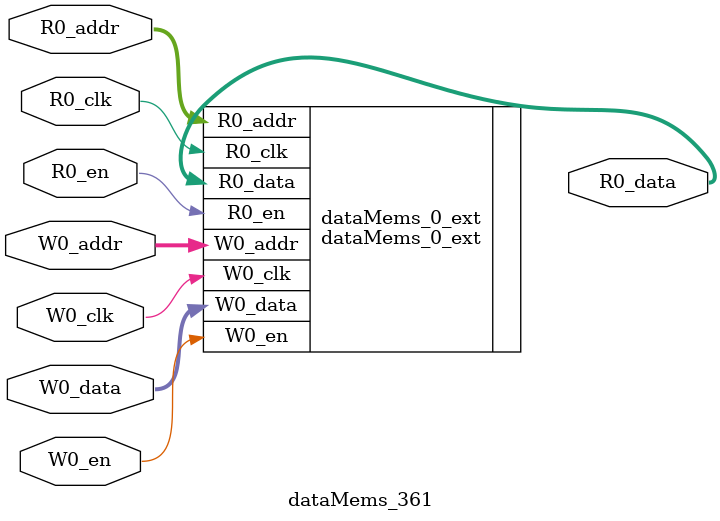
<source format=sv>
`ifndef RANDOMIZE
  `ifdef RANDOMIZE_REG_INIT
    `define RANDOMIZE
  `endif // RANDOMIZE_REG_INIT
`endif // not def RANDOMIZE
`ifndef RANDOMIZE
  `ifdef RANDOMIZE_MEM_INIT
    `define RANDOMIZE
  `endif // RANDOMIZE_MEM_INIT
`endif // not def RANDOMIZE

`ifndef RANDOM
  `define RANDOM $random
`endif // not def RANDOM

// Users can define 'PRINTF_COND' to add an extra gate to prints.
`ifndef PRINTF_COND_
  `ifdef PRINTF_COND
    `define PRINTF_COND_ (`PRINTF_COND)
  `else  // PRINTF_COND
    `define PRINTF_COND_ 1
  `endif // PRINTF_COND
`endif // not def PRINTF_COND_

// Users can define 'ASSERT_VERBOSE_COND' to add an extra gate to assert error printing.
`ifndef ASSERT_VERBOSE_COND_
  `ifdef ASSERT_VERBOSE_COND
    `define ASSERT_VERBOSE_COND_ (`ASSERT_VERBOSE_COND)
  `else  // ASSERT_VERBOSE_COND
    `define ASSERT_VERBOSE_COND_ 1
  `endif // ASSERT_VERBOSE_COND
`endif // not def ASSERT_VERBOSE_COND_

// Users can define 'STOP_COND' to add an extra gate to stop conditions.
`ifndef STOP_COND_
  `ifdef STOP_COND
    `define STOP_COND_ (`STOP_COND)
  `else  // STOP_COND
    `define STOP_COND_ 1
  `endif // STOP_COND
`endif // not def STOP_COND_

// Users can define INIT_RANDOM as general code that gets injected into the
// initializer block for modules with registers.
`ifndef INIT_RANDOM
  `define INIT_RANDOM
`endif // not def INIT_RANDOM

// If using random initialization, you can also define RANDOMIZE_DELAY to
// customize the delay used, otherwise 0.002 is used.
`ifndef RANDOMIZE_DELAY
  `define RANDOMIZE_DELAY 0.002
`endif // not def RANDOMIZE_DELAY

// Define INIT_RANDOM_PROLOG_ for use in our modules below.
`ifndef INIT_RANDOM_PROLOG_
  `ifdef RANDOMIZE
    `ifdef VERILATOR
      `define INIT_RANDOM_PROLOG_ `INIT_RANDOM
    `else  // VERILATOR
      `define INIT_RANDOM_PROLOG_ `INIT_RANDOM #`RANDOMIZE_DELAY begin end
    `endif // VERILATOR
  `else  // RANDOMIZE
    `define INIT_RANDOM_PROLOG_
  `endif // RANDOMIZE
`endif // not def INIT_RANDOM_PROLOG_

// Include register initializers in init blocks unless synthesis is set
`ifndef SYNTHESIS
  `ifndef ENABLE_INITIAL_REG_
    `define ENABLE_INITIAL_REG_
  `endif // not def ENABLE_INITIAL_REG_
`endif // not def SYNTHESIS

// Include rmemory initializers in init blocks unless synthesis is set
`ifndef SYNTHESIS
  `ifndef ENABLE_INITIAL_MEM_
    `define ENABLE_INITIAL_MEM_
  `endif // not def ENABLE_INITIAL_MEM_
`endif // not def SYNTHESIS

module dataMems_361(	// @[generators/ara/src/main/scala/UnsafeAXI4ToTL.scala:365:62]
  input  [4:0]  R0_addr,
  input         R0_en,
  input         R0_clk,
  output [66:0] R0_data,
  input  [4:0]  W0_addr,
  input         W0_en,
  input         W0_clk,
  input  [66:0] W0_data
);

  dataMems_0_ext dataMems_0_ext (	// @[generators/ara/src/main/scala/UnsafeAXI4ToTL.scala:365:62]
    .R0_addr (R0_addr),
    .R0_en   (R0_en),
    .R0_clk  (R0_clk),
    .R0_data (R0_data),
    .W0_addr (W0_addr),
    .W0_en   (W0_en),
    .W0_clk  (W0_clk),
    .W0_data (W0_data)
  );
endmodule


</source>
